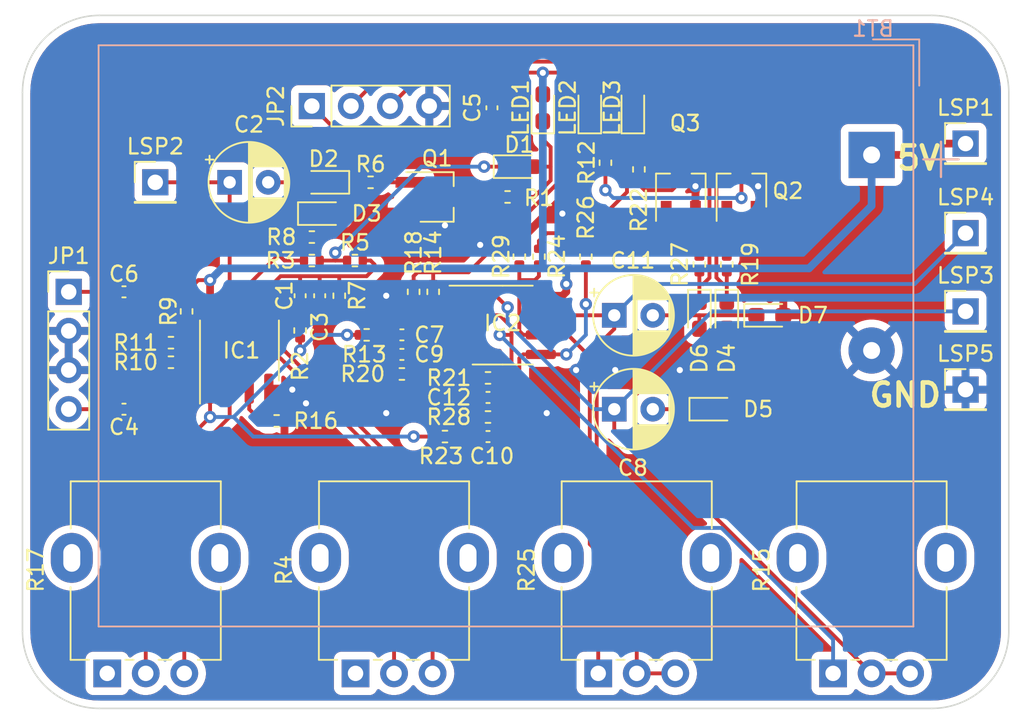
<source format=kicad_pcb>
(kicad_pcb (version 20211014) (generator pcbnew)
  (layers (0 "F.Cu" signal) (31 "B.Cu" signal) (34 "B.Paste" user) (35 "F.Paste" user) (36 "B.SilkS" user "B.Silkscreen") (37 "F.SilkS" user "F.Silkscreen") (38 "B.Mask" user) (39 "F.Mask" user) (44 "Edge.Cuts" user))
  (net 0 "")
  (net 1 "Net-(C1-Pad1)")
  (net 2 "GND")
  (net 3 "Net-(C2-Pad1)")
  (net 4 "Net-(C2-Pad2)")
  (net 5 "Net-(C8-Pad1)")
  (net 6 "Net-(C10-Pad1)")
  (net 7 "+5V")
  (net 8 "Net-(IC1-Pad1)")
  (net 9 "Net-(IC1-Pad2)")
  (net 10 "Net-(IC1-Pad3)")
  (net 11 "Net-(IC1-Pad6)")
  (net 12 "Net-(IC2-Pad6)")
  (net 13 "Net-(C1-Pad2)")
  (net 14 "Net-(C7-Pad1)")
  (net 15 "Net-(C7-Pad2)")
  (net 16 "Net-(C8-Pad2)")
  (net 17 "Net-(C10-Pad2)")
  (net 18 "Net-(C11-Pad1)")
  (net 19 "Net-(C11-Pad2)")
  (net 20 "Net-(D1-Pad1)")
  (net 21 "Net-(D1-Pad2)")
  (net 22 "Net-(D2-Pad1)")
  (net 23 "Net-(D4-Pad1)")
  (net 24 "Net-(D6-Pad1)")
  (net 25 "Net-(Q1-Pad1)")
  (net 26 "Net-(Q1-Pad3)")
  (net 27 "Net-(Q2-Pad1)")
  (net 28 "Net-(Q2-Pad3)")
  (net 29 "Net-(Q3-Pad1)")
  (net 30 "Net-(Q3-Pad3)")
  (net 32 "Net-(R14-Pad2)")
  (net 33 "Net-(R12-Pad1)")
  (net 34 "Net-(R22-Pad1)")
  (net 35 "Net-(R10-Pad1)")
  (net 36 "Net-(JP1-Pad4)")
  (net 37 "Net-(JP1-Pad1)")
  (net 38 "Net-(R11-Pad1)")
  (footprint "Connector_PinHeader_2.54mm:PinHeader_1x01_P2.54mm_Vertical" (layer "F.Cu") (at 171.196 109.22)
    (fp_text reference "LSP3")
    (fp_text value "LSP10")
  )
  (footprint "Capacitor_THT:CP_Radial_D5.0mm_P2.50mm" (layer "F.Cu") (at 123.444 100.838)
    (fp_text reference "C2")
    (fp_text value "100u")
  )
  (footprint "Resistor_SMD:R_0402_1005Metric" (layer "F.Cu") (at 147.828 99.568 -90)
    (fp_text reference "R12")
    (fp_text value "R-EU_R0402")
  )
  (footprint "Connector_PinHeader_2.54mm:PinHeader_1x01_P2.54mm_Vertical" (layer "F.Cu") (at 171.196 98.3234)
    (fp_text reference "LSP1")
    (fp_text value "LSP10")
  )
  (footprint "Capacitor_SMD:C_0402_1005Metric" (layer "F.Cu") (at 128.016 108.204 90)
    (fp_text reference "C1")
    (fp_text value "C-EUC0402")
  )
  (footprint "Resistor_SMD:R_0402_1005Metric" (layer "F.Cu") (at 130.556 108.204 -90)
    (fp_text reference "R7")
    (fp_text value "R-EU_R0402")
  )
  (footprint "Diode_SMD:D_0603_1608Metric_Pad1.05x0.95mm_HandSolder" (layer "F.Cu") (at 154.94 115.57)
    (fp_text reference "D5")
    (fp_text value "1N4148DO35-7")
  )
  (footprint "Resistor_SMD:R_0402_1005Metric" (layer "F.Cu") (at 119.634 112.522)
    (fp_text reference "R10")
    (fp_text value "R-EU_R0402")
  )
  (footprint "Resistor_SMD:R_0402_1005Metric" (layer "F.Cu") (at 141.478 101.788 180)
    (fp_text reference "R1")
    (fp_text value "R-EU_R0402")
  )
  (footprint "Diode_SMD:D_0603_1608Metric_Pad1.05x0.95mm_HandSolder" (layer "F.Cu") (at 155.702 109.474 -90)
    (fp_text reference "D4")
    (fp_text value "1N4148DO35-7")
  )
  (footprint "Resistor_SMD:R_0402_1005Metric" (layer "F.Cu") (at 128.778 105.918 180)
    (fp_text reference "R3")
    (fp_text value "R-EU_R0402")
  )
  (footprint "Diode_SMD:D_0603_1608Metric_Pad1.05x0.95mm_HandSolder" (layer "F.Cu") (at 146.812 96 90)
    (fp_text reference "LED2")
    (fp_text value "LEDSML0603")
  )
  (footprint "Capacitor_SMD:C_0402_1005Metric" (layer "F.Cu") (at 134.62 110.744)
    (fp_text reference "C7")
    (fp_text value "C-EUC0402")
  )
  (footprint "Connector_PinHeader_2.54mm:PinHeader_1x01_P2.54mm_Vertical" (layer "F.Cu") (at 171.196 104.14)
    (fp_text reference "LSP4")
    (fp_text value "LSP10")
  )
  (footprint "Diode_SMD:D_0603_1608Metric_Pad1.05x0.95mm_HandSolder" (layer "F.Cu") (at 149.606 96 90)
    (fp_text reference "LED3")
    (fp_text value "LEDSML0603")
  )
  (footprint "Package_TO_SOT_SMD:SOT-23W_Handsoldering" (layer "F.Cu") (at 136.906 101.788)
    (fp_text reference "Q1")
    (fp_text value "BCF29SMD")
  )
  (footprint "Capacitor_SMD:C_0402_1005Metric" (layer "F.Cu") (at 116.586 107.95)
    (fp_text reference "C6")
    (fp_text value "2u2")
  )
  (footprint "Capacitor_SMD:C_0402_1005Metric" (layer "F.Cu") (at 140.208 117.348)
    (fp_text reference "C10")
    (fp_text value "C-EUC0402")
  )
  (footprint "Resistor_SMD:R_0402_1005Metric" (layer "F.Cu") (at 132.588 100.838)
    (fp_text reference "R6")
    (fp_text value "R-EU_R0402")
  )
  (footprint "Package_TO_SOT_SMD:SOT-23W_Handsoldering" (layer "F.Cu") (at 156.652 101.346 90)
    (fp_text reference "Q2")
    (fp_text value "BCF29SMD")
  )
  (footprint "Diode_SMD:D_0603_1608Metric_Pad1.05x0.95mm_HandSolder" (layer "F.Cu") (at 143.764 96 90)
    (fp_text reference "LED1")
    (fp_text value "LEDSML0603")
  )
  (footprint "Resistor_SMD:R_0402_1005Metric" (layer "F.Cu") (at 142.24 105.664 90)
    (fp_text reference "R29")
    (fp_text value "R-EU_R0402")
  )
  (footprint "Resistor_SMD:R_0402_1005Metric" (layer "F.Cu") (at 119.634 111.252)
    (fp_text reference "R11")
    (fp_text value "R-EU_R0402")
  )
  (footprint "Diode_SMD:D_0603_1608Metric_Pad1.05x0.95mm_HandSolder" (layer "F.Cu") (at 142.24 99.822)
    (fp_text reference "D1")
    (fp_text value "1N4148DO35-7")
  )
  (footprint "Connector_PinHeader_2.54mm:PinHeader_1x04_P2.54mm_Vertical" (layer "F.Cu") (at 113 107.95)
    (fp_text reference "JP1")
    (fp_text value "PINHD-1X4")
  )
  (footprint "Resistor_SMD:R_0402_1005Metric" (layer "F.Cu") (at 135.382 107.95 -90)
    (fp_text reference "R18")
    (fp_text value "R-EU_R0402")
  )
  (footprint "Capacitor_SMD:C_0402_1005Metric" (layer "F.Cu") (at 140.462 96 -90)
    (fp_text reference "C5")
    (fp_text value "C-EUC0402")
  )
  (footprint "Resistor_SMD:R_0402_1005Metric" (layer "F.Cu") (at 128.016 110.462 -90)
    (fp_text reference "R2")
    (fp_text value "R-EU_R0402")
  )
  (footprint "Resistor_SMD:R_0402_1005Metric" (layer "F.Cu") (at 140.208 113.538 180)
    (fp_text reference "R21")
    (fp_text value "R-EU_R0402")
  )
  (footprint "Capacitor_THT:CP_Radial_D5.0mm_P2.50mm" (layer "F.Cu") (at 148.400888 115.57)
    (fp_text reference "C8")
    (fp_text value "100u")
  )
  (footprint "Resistor_SMD:R_0402_1005Metric" (layer "F.Cu") (at 128.778 104.394)
    (fp_text reference "R8")
    (fp_text value "R-EU_R0402")
  )
  (footprint "Package_SO:SOIC-8_3.9x4.9mm_P1.27mm" (layer "F.Cu") (at 141.159 110.109)
    (fp_text reference "IC2")
    (fp_text value "AD8599R")
  )
  (footprint "Capacitor_SMD:C_0402_1005Metric" (layer "F.Cu") (at 116.586 115.57 180)
    (fp_text reference "C4")
    (fp_text value "2u2")
  )
  (footprint "Potentiometer_THT:Potentiometer_Alpha_RD901F-40-00D_Single_Vertical" (layer "F.Cu") (at 131.612 132.725 90)
    (fp_text reference "R4")
    (fp_text value "EVUL")
  )
  (footprint "Resistor_SMD:R_0402_1005Metric" (layer "F.Cu") (at 136.652 107.95 -90)
    (fp_text reference "R14")
    (fp_text value "R-EU_R0402")
  )
  (footprint "Diode_SMD:D_0603_1608Metric_Pad1.05x0.95mm_HandSolder" (layer "F.Cu") (at 129.54 102.87)
    (fp_text reference "D3")
    (fp_text value "1N4148DO35-7")
  )
  (footprint "Potentiometer_THT:Potentiometer_Alpha_RD901F-40-00D_Single_Vertical" (layer "F.Cu") (at 115.5 132.725 90)
    (fp_text reference "R17")
    (fp_text value "EVUL")
  )
  (footprint "Potentiometer_THT:Potentiometer_Alpha_RD901F-40-00D_Single_Vertical" (layer "F.Cu") (at 162.6 132.725 90)
    (fp_text reference "R15")
    (fp_text value "EVUL")
  )
  (footprint "Capacitor_SMD:C_0402_1005Metric" (layer "F.Cu") (at 129.286 108.204 -90)
    (fp_text reference "C3")
    (fp_text value "C-EUC0402")
  )
  (footprint "Resistor_SMD:R_0402_1005Metric" (layer "F.Cu") (at 140.208 116.078 180)
    (fp_text reference "R28")
    (fp_text value "R-EU_R0402")
  )
  (footprint "Connector_PinHeader_2.54mm:PinHeader_1x01_P2.54mm_Vertical" (layer "F.Cu") (at 118.618 100.838)
    (fp_text reference "LSP2")
    (fp_text value "LSP10")
  )
  (footprint "Potentiometer_THT:Potentiometer_Alpha_RD901F-40-00D_Single_Vertical" (layer "F.Cu") (at 147.36 132.725 90)
    (fp_text reference "R25")
    (fp_text value "EVUL")
  )
  (footprint "Resistor_SMD:R_0402_1005Metric" (layer "F.Cu") (at 132.334 110.744 180)
    (fp_text reference "R13")
    (fp_text value "R-EU_R0402")
  )
  (footprint "Resistor_SMD:R_0402_1005Metric" (layer "F.Cu") (at 120.65 109.22 90)
    (fp_text reference "R9")
    (fp_text value "R-EU_R0402")
  )
  (footprint "Resistor_SMD:R_0402_1005Metric" (layer "F.Cu") (at 131.572 105.918)
    (fp_text reference "R5")
    (fp_text value "R-EU_R0402")
  )
  (footprint "Resistor_SMD:R_0402_1005Metric" (layer "F.Cu") (at 137.414 117.348 180)
    (fp_text reference "R23")
    (fp_text value "R-EU_R0402")
  )
  (footprint "Resistor_SMD:R_0402_1005Metric" (layer "F.Cu") (at 126.492 116.332 180)
    (fp_text reference "R16")
    (fp_text value "R-EU_R0402")
  )
  (footprint "Diode_SMD:D_0603_1608Metric_Pad1.05x0.95mm_HandSolder" (layer "F.Cu") (at 158.496 109.474)
    (fp_text reference "D7")
    (fp_text value "1N4148DO35-7")
  )
  (footprint "Resistor_SMD:R_0402_1005Metric" (layer "F.Cu") (at 143.51 105.664 -90)
    (fp_text reference "R24")
    (fp_text value "R-EU_R0402")
  )
  (footprint "Package_SO:SOIC-8_3.9x4.9mm_P1.27mm" (layer "F.Cu") (at 124.079 111.76 90)
    (fp_text reference "IC1")
    (fp_text value "AD8599R")
  )
  (footprint "Resistor_SMD:R_0402_1005Metric" (layer "F.Cu") (at 153.924 106.172 90)
    (fp_text reference "R27")
    (fp_text value "R-EU_R0402")
  )
  (footprint "Capacitor_SMD:C_0402_1005Metric" (layer "F.Cu") (at 134.62 112.014 180)
    (fp_text reference "C9")
    (fp_text value "C-EUC0402")
  )
  (footprint "Connector_PinHeader_2.54mm:PinHeader_1x01_P2.54mm_Vertical" (layer "F.Cu") (at 171.196 114.3)
    (fp_text reference "LSP5")
    (fp_text value "LSP10")
  )
  (footprint "Connector_PinHeader_2.54mm:PinHeader_1x04_P2.54mm_Vertical" (layer "F.Cu") (at 128.778 95.885 90)
    (fp_text reference "JP2")
    (fp_text value "PINHD-1X4")
  )
  (footprint "Resistor_SMD:R_0402_1005Metric" (layer "F.Cu") (at 134.62 113.284 180)
    (fp_text reference "R20")
    (fp_text value "R-EU_R0402")
  )
  (footprint "Capacitor_SMD:C_0402_1005Metric" (layer "F.Cu") (at 140.208 114.808 180)
    (fp_text reference "C12")
    (fp_text value "C-EUC0402")
  )
  (footprint "Resistor_SMD:R_0402_1005Metric" (layer "F.Cu") (at 150 100 -90)
    (fp_text reference "R22")
    (fp_text value "R-EU_R0402")
  )
  (footprint "Resistor_SMD:R_0402_1005Metric" (layer "F.Cu") (at 146.558 105.664 -90)
    (fp_text reference "R26")
    (fp_text value "R-EU_R0402")
  )
  (footprint "Package_TO_SOT_SMD:SOT-23W_Handsoldering" (layer "F.Cu") (at 152.72 101.346 90)
    (fp_text reference "Q3")
    (fp_text value "BCF29SMD")
  )
  (footprint "Diode_SMD:D_0603_1608Metric_Pad1.05x0.95mm_HandSolder" (layer "F.Cu") (at 129.54 100.838 180)
    (fp_text reference "D2")
    (fp_text value "1N4148DO35-7")
  )
  (footprint "Resistor_SMD:R_0402_1005Metric" (layer "F.Cu") (at 155.702 106.172 90)
    (fp_text reference "R19")
    (fp_text value "R-EU_R0402")
  )
  (footprint "Capacitor_THT:CP_Radial_D5.0mm_P2.50mm" (layer "F.Cu") (at 148.400888 109.474)
    (fp_text reference "C11")
    (fp_text value "100u")
  )
  (footprint "Diode_SMD:D_0603_1608Metric_Pad1.05x0.95mm_HandSolder" (layer "F.Cu") (at 153.924 109.474 -90)
    (fp_text reference "D6")
    (fp_text value "1N4148DO35-7")
  )
  (footprint "BH:BatteryHolder_Keystone_2479_3xAAA" (layer "B.Cu") (at 165.1 99.06 180)
    (fp_text reference "BT1")
    (fp_text value "Battery")
  )
  (gr_line (start 110 130) (end 110 95) (layer "Edge.Cuts") (width 0.1))
  (gr_arc (start 110 95) (mid 111.464466 91.464466) (end 115 90) (layer "Edge.Cuts") (width 0.1))
  (gr_arc (start 115 135) (mid 111.464466 133.535534) (end 110 130) (layer "Edge.Cuts") (width 0.1))
  (gr_line (start 115 90) (end 169 90) (layer "Edge.Cuts") (width 0.1))
  (gr_arc (start 174 130) (mid 172.535534 133.535534) (end 169 135) (layer "Edge.Cuts") (width 0.1))
  (gr_line (start 169 135) (end 115 135) (layer "Edge.Cuts") (width 0.1))
  (gr_arc (start 169 90) (mid 172.535534 91.464466) (end 174 95) (layer "Edge.Cuts") (width 0.1))
  (gr_line (start 174 95) (end 174 130) (layer "Edge.Cuts") (width 0.1))
  (gr_text "5V" (at 168.148 99.2632) (layer "F.SilkS") (effects (font (size 1.5 1.5) (thickness 0.3))))
  (gr_text "GND" (at 167.2844 114.6556) (layer "F.SilkS") (effects (font (size 1.5 1.5) (thickness 0.3))))
  (segment (start 128.016 109.952) (end 128.016 108.684) (width 0.25) (layer "F.Cu") (net 1))
  (segment (start 142.24 105.154) (end 142.24 104.76) (width 0.25) (layer "F.Cu") (net 2))
  (segment (start 144.13 102.87) (end 145.034 102.87) (width 0.25) (layer "F.Cu") (net 2))
  (segment (start 142.24 104.76) (end 144.13 102.87) (width 0.25) (layer "F.Cu") (net 2))
  (via (at 128.397 115.189) (size 0.8) (drill 0.4) (layers "F.Cu" "B.Cu") (net 2))
  (via (at 144.018 115.824) (size 0.8) (drill 0.4) (layers "F.Cu" "B.Cu") (net 2))
  (via (at 133.604 108.204) (size 0.8) (drill 0.4) (layers "F.Cu" "B.Cu") (net 2))
  (via (at 153.67 101.092) (size 0.8) (drill 0.4) (layers "F.Cu" "B.Cu") (net 2))
  (via (at 133.604 115.824) (size 0.8) (drill 0.4) (layers "F.Cu" "B.Cu") (net 2))
  (via (at 145.923 113.03) (size 0.8) (drill 0.4) (layers "F.Cu" "B.Cu") (net 2))
  (via (at 127.508 114.3) (size 0.8) (drill 0.4) (layers "F.Cu" "B.Cu") (net 2))
  (via (at 137.414 103.632) (size 0.8) (drill 0.4) (layers "F.Cu" "B.Cu") (net 2))
  (via (at 152.654 113.03) (size 0.8) (drill 0.4) (layers "F.Cu" "B.Cu") (net 2))
  (via (at 148.463 113.03) (size 0.8) (drill 0.4) (layers "F.Cu" "B.Cu") (net 2))
  (via (at 139.7 104.902) (size 0.8) (drill 0.4) (layers "F.Cu" "B.Cu") (net 2))
  (via (at 157.734 101.092) (size 0.8) (drill 0.4) (layers "F.Cu" "B.Cu") (net 2))
  (via (at 145.034 102.87) (size 0.8) (drill 0.4) (layers "F.Cu" "B.Cu") (net 2))
  (segment (start 123.444 109.285) (end 123.444 102.87) (width 0.25) (layer "F.Cu") (net 3))
  (segment (start 134.112 132.725) (end 134.112 119.634) (width 0.25) (layer "F.Cu") (net 3))
  (segment (start 127 112.522) (end 126.746 112.268) (width 0.25) (layer "F.Cu") (net 3))
  (segment (start 126.746 112.268) (end 125.222 112.268) (width 0.25) (layer "F.Cu") (net 3))
  (segment (start 118.618 100.838) (end 123.444 100.838) (width 0.25) (layer "F.Cu") (net 3))
  (segment (start 123.444 110.744) (end 123.444 109.285) (width 0.25) (layer "F.Cu") (net 3))
  (segment (start 134.112 119.634) (end 127 112.522) (width 0.25) (layer "F.Cu") (net 3))
  (segment (start 125.222 112.268) (end 124.968 112.268) (width 0.25) (layer "F.Cu") (net 3))
  (segment (start 124.968 112.268) (end 123.444 110.744) (width 0.25) (layer "F.Cu") (net 3))
  (segment (start 123.444 100.838) (end 123.444 102.87) (width 0.25) (layer "F.Cu") (net 3))
  (segment (start 128.016 102.87) (end 127.4572 102.3112) (width 0.25) (layer "F.Cu") (net 4))
  (segment (start 127.3556 100.838) (end 125.944 100.838) (width 0.25) (layer "F.Cu") (net 4))
  (segment (start 127.4572 102.3112) (end 127.4572 100.9396) (width 0.25) (layer "F.Cu") (net 4))
  (segment (start 128.665 102.87) (end 128.016 102.87) (width 0.25) (layer "F.Cu") (net 4))
  (segment (start 128.665 100.838) (end 127.3556 100.838) (width 0.25) (layer "F.Cu") (net 4))
  (segment (start 127.4572 100.9396) (end 127.3556 100.838) (width 0.25) (layer "F.Cu") (net 4))
  (segment (start 165.1 132.725) (end 150.231 117.856) (width 0.25) (layer "F.Cu") (net 5))
  (segment (start 141.482299 108.961701) (end 140.724598 108.204) (width 0.25) (layer "F.Cu") (net 5))
  (segment (start 140.724598 108.204) (end 138.684 108.204) (width 0.25) (layer "F.Cu") (net 5))
  (segment (start 150.231 117.856) (end 149.352 117.856) (width 0.25) (layer "F.Cu") (net 5))
  (segment (start 149.352 117.856) (end 148.400888 116.904888) (width 0.25) (layer "F.Cu") (net 5))
  (segment (start 167.6 132.725) (end 165.1 132.725) (width 0.25) (layer "F.Cu") (net 5))
  (segment (start 148.400888 116.904888) (end 148.400888 115.57) (width 0.25) (layer "F.Cu") (net 5))
  (via (at 141.482299 108.961701) (size 0.8) (drill 0.4) (layers "F.Cu" "B.Cu") (net 5))
  (segment (start 141.482299 108.961701) (end 141.482299 109.986299) (width 0.25) (layer "B.Cu") (net 5))
  (segment (start 171.196 109.22) (end 154.750888 109.22) (width 0.25) (layer "B.Cu") (net 5))
  (segment (start 141.482299 109.986299) (end 147.066 115.57) (width 0.25) (layer "B.Cu") (net 5))
  (segment (start 147.066 115.57) (end 148.400888 115.57) (width 0.25) (layer "B.Cu") (net 5))
  (segment (start 154.750888 109.22) (end 148.400888 115.57) (width 0.25) (layer "B.Cu") (net 5))
  (segment (start 137.924 117.348) (end 139.728 117.348) (width 0.25) (layer "F.Cu") (net 6))
  (segment (start 122.174 109.285) (end 122.174 107.188) (width 0.5) (layer "F.Cu") (net 7))
  (segment (start 140.462 94.73) (end 141.478 93.714) (width 0.25) (layer "F.Cu") (net 7))
  (segment (start 149.606 95.125) (end 149.606 94.222) (width 0.25) (layer "F.Cu") (net 7))
  (segment (start 120.65 107.95) (end 121.412 107.188) (width 0.25) (layer "F.Cu") (net 7))
  (segment (start 169.164 98.3234) (end 168.4274 99.06) (width 0.5) (layer "F.Cu") (net 7))
  (segment (start 145.034 108.204) (end 145.288 107.95) (width 0.5) (layer "F.Cu") (net 7))
  (segment (start 149.606 94.222) (end 149.098 93.714) (width 0.25) (layer "F.Cu") (net 7))
  (segment (start 121.412 107.188) (end 122.174 107.188) (width 0.25) (layer "F.Cu") (net 7))
  (segment (start 140.462 95.52) (end 140.462 94.73) (width 0.25) (layer "F.Cu") (net 7))
  (segment (start 168.4274 99.06) (end 165.1 99.06) (width 0.5) (layer "F.Cu") (net 7))
  (segment (start 171.196 98.3234) (end 169.164 98.3234) (width 0.5) (layer "F.Cu") (net 7))
  (segment (start 143.764 95.125) (end 143.764 93.714) (width 0.25) (layer "F.Cu") (net 7))
  (segment (start 146.812 95.125) (end 146.812 93.714) (width 0.25) (layer "F.Cu") (net 7))
  (segment (start 149.098 93.714) (end 146.812 93.714) (width 0.25) (layer "F.Cu") (net 7))
  (segment (start 145.288 107.95) (end 145.288 107.442) (width 0.5) (layer "F.Cu") (net 7))
  (segment (start 120.65 108.71) (end 120.65 107.95) (width 0.25) (layer "F.Cu") (net 7))
  (segment (start 143.634 108.204) (end 145.034 108.204) (width 0.5) (layer "F.Cu") (net 7))
  (segment (start 146.812 93.714) (end 143.764 93.714) (width 0.25) (layer "F.Cu") (net 7))
  (segment (start 141.478 93.714) (end 143.764 93.714) (width 0.25) (layer "F.Cu") (net 7))
  (via (at 145.288 107.442) (size 0.8) (drill 0.4) (layers "F.Cu" "B.Cu") (net 7))
  (via (at 143.764 93.726) (size 0.8) (drill 0.4) (layers "F.Cu" "B.Cu") (net 7))
  (via (at 122.174 107.188) (size 0.8) (drill 0.4) (layers "F.Cu" "B.Cu") (net 7))
  (segment (start 145.288 107.442) (end 145.288 106.426) (width 0.5) (layer "B.Cu") (net 7))
  (segment (start 161.036 106.426) (end 165.1 102.362) (width 0.5) (layer "B.Cu") (net 7))
  (segment (start 143.764 93.726) (end 143.764 106.426) (width 0.5) (layer "B.Cu") (net 7))
  (segment (start 145.542 106.426) (end 161.036 106.426) (width 0.5) (layer "B.Cu") (net 7))
  (segment (start 122.936 106.426) (end 143.764 106.426) (width 0.5) (layer "B.Cu") (net 7))
  (segment (start 143.764 106.426) (end 145.542 106.426) (width 0.5) (layer "B.Cu") (net 7))
  (segment (start 122.174 107.188) (end 122.936 106.426) (width 0.5) (layer "B.Cu") (net 7))
  (segment (start 145.288 106.426) (end 145.542 106.426) (width 0.5) (layer "B.Cu") (net 7))
  (segment (start 165.1 102.362) (end 165.1 99.06) (width 0.5) (layer "B.Cu") (net 7))
  (segment (start 118 120.252) (end 118 132.725) (width 0.25) (layer "F.Cu") (net 8))
  (segment (start 122.174 114.235) (end 122.174 116.078) (width 0.25) (layer "F.Cu") (net 8))
  (segment (start 128.016 111.76) (end 128.016 110.972) (width 0.25) (layer "F.Cu") (net 8))
  (segment (start 131.064 110.744) (end 131.824 110.744) (width 0.25) (layer "F.Cu") (net 8))
  (segment (start 122.174 116.078) (end 120.65 117.602) (width 0.25) (layer "F.Cu") (net 8))
  (segment (start 135.382 117.348) (end 136.904 117.348) (width 0.25) (layer "F.Cu") (net 8))
  (segment (start 120.65 117.602) (end 118 120.252) (width 0.25) (layer "F.Cu") (net 8))
  (via (at 131.064 110.744) (size 0.8) (drill 0.4) (layers "F.Cu" "B.Cu") (net 8))
  (via (at 122.174 116.078) (size 0.8) (drill 0.4) (layers "F.Cu" "B.Cu") (net 8))
  (via (at 135.382 117.348) (size 0.8) (drill 0.4) (layers "F.Cu" "B.Cu") (net 8))
  (via (at 128.016 111.76) (size 0.8) (drill 0.4) (layers "F.Cu" "B.Cu") (net 8))
  (segment (start 135.382 117.348) (end 124.968 117.348) (width 0.25) (layer "B.Cu") (net 8))
  (segment (start 123.698 116.078) (end 122.174 116.078) (width 0.25) (layer "B.Cu") (net 8))
  (segment (start 124.968 117.348) (end 123.698 116.078) (width 0.25) (layer "B.Cu") (net 8))
  (segment (start 129.032 110.744) (end 128.016 111.76) (width 0.25) (layer "B.Cu") (net 8))
  (segment (start 128.016 111.76) (end 123.698 116.078) (width 0.25) (layer "B.Cu") (net 8))
  (segment (start 131.064 110.744) (end 129.032 110.744) (width 0.25) (layer "B.Cu") (net 8))
  (segment (start 120.5 132.725) (end 120.5 119.022) (width 0.25) (layer "F.Cu") (net 9))
  (segment (start 121.412 111.506) (end 121.412 112.522) (width 0.25) (layer "F.Cu") (net 9))
  (segment (start 123.444 116.078) (end 123.444 114.235) (width 0.25) (layer "F.Cu") (net 9))
  (segment (start 123.444 114.235) (end 123.444 112.776) (width 0.25) (layer "F.Cu") (net 9))
  (segment (start 121.158 111.252) (end 121.412 111.506) (width 0.25) (layer "F.Cu") (net 9))
  (segment (start 120.144 111.252) (end 121.158 111.252) (width 0.25) (layer "F.Cu") (net 9))
  (segment (start 121.412 112.522) (end 120.144 112.522) (width 0.25) (layer "F.Cu") (net 9))
  (segment (start 123.444 112.776) (end 123.19 112.522) (width 0.25) (layer "F.Cu") (net 9))
  (segment (start 120.5 119.022) (end 123.444 116.078) (width 0.25) (layer "F.Cu") (net 9))
  (segment (start 123.19 112.522) (end 121.412 112.522) (width 0.25) (layer "F.Cu") (net 9))
  (segment (start 124.714 113.03) (end 122.428 110.744) (width 0.25) (layer "F.Cu") (net 10))
  (segment (start 121.158 110.744) (end 120.65 110.236) (width 0.25) (layer "F.Cu") (net 10))
  (segment (start 124.714 115.57) (end 124.714 114.235) (width 0.25) (layer "F.Cu") (net 10))
  (segment (start 125.476 116.332) (end 124.714 115.57) (width 0.25) (layer "F.Cu") (net 10))
  (segment (start 124.714 114.235) (end 124.714 113.03) (width 0.25) (layer "F.Cu") (net 10))
  (segment (start 120.65 110.236) (end 120.65 109.73) (width 0.25) (layer "F.Cu") (net 10))
  (segment (start 122.428 110.744) (end 121.158 110.744) (width 0.25) (layer "F.Cu") (net 10))
  (segment (start 125.982 116.332) (end 125.476 116.332) (width 0.25) (layer "F.Cu") (net 10))
  (segment (start 127.762 104.394) (end 128.268 104.394) (width 0.25) (layer "F.Cu") (net 11))
  (segment (start 124.714 110.998) (end 125.53448 111.81848) (width 0.25) (layer "F.Cu") (net 11))
  (segment (start 126.873 105.283) (end 126.619 105.537) (width 0.25) (layer "F.Cu") (net 11))
  (segment (start 124.714 109.285) (end 124.714 107.442) (width 0.25) (layer "F.Cu") (net 11))
  (segment (start 127.049866 111.81848) (end 136.612 121.380614) (width 0.25) (layer "F.Cu") (net 11))
  (segment (start 125.53448 111.81848) (end 127.049866 111.81848) (width 0.25) (layer "F.Cu") (net 11))
  (segment (start 124.714 109.285) (end 124.714 110.998) (width 0.25) (layer "F.Cu") (net 11))
  (segment (start 124.714 107.442) (end 126.619 105.537) (width 0.25) (layer "F.Cu") (net 11))
  (segment (start 136.612 121.380614) (end 136.612 132.725) (width 0.25) (layer "F.Cu") (net 11))
  (segment (start 127 105.918) (end 128.268 105.918) (width 0.25) (layer "F.Cu") (net 11))
  (segment (start 126.873 105.283) (end 127.762 104.394) (width 0.25) (layer "F.Cu") (net 11))
  (segment (start 126.619 105.537) (end 127 105.918) (width 0.25) (layer "F.Cu") (net 11))
  (segment (start 142.24 107.188) (end 143.256 107.188) (width 0.25) (layer "F.Cu") (net 12))
  (segment (start 142.494 110.744) (end 142.24 110.49) (width 0.25) (layer "F.Cu") (net 12))
  (segment (start 142.24 107.188) (end 142.24 106.174) (width 0.25) (layer "F.Cu") (net 12))
  (segment (start 142.24 110.49) (end 142.24 107.188) (width 0.25) (layer "F.Cu") (net 12))
  (segment (start 146.812 124.334729) (end 146.812 112.159) (width 0.25) (layer "F.Cu") (net 12))
  (segment (start 143.634 110.744) (end 142.494 110.744) (width 0.25) (layer "F.Cu") (net 12))
  (segment (start 143.256 107.188) (end 143.51 106.934) (width 0.25) (layer "F.Cu") (net 12))
  (segment (start 143.51 106.934) (end 143.51 106.174) (width 0.25) (layer "F.Cu") (net 12))
  (segment (start 146.812 112.159) (end 145.397 110.744) (width 0.25) (layer "F.Cu") (net 12))
  (segment (start 147.36 124.882729) (end 146.812 124.334729) (width 0.25) (layer "F.Cu") (net 12))
  (segment (start 147.36 132.725) (end 147.36 124.882729) (width 0.25) (layer "F.Cu") (net 12))
  (segment (start 145.397 110.744) (end 143.634 110.744) (width 0.25) (layer "F.Cu") (net 12))
  (segment (start 130.556 107.694) (end 130.556 106.934) (width 0.25) (layer "F.Cu") (net 13))
  (segment (start 129.286 106.934) (end 130.556 106.934) (width 0.25) (layer "F.Cu") (net 13))
  (segment (start 132.842 106.172) (end 132.588 105.918) (width 0.25) (layer "F.Cu") (net 13))
  (segment (start 128.016 106.934) (end 129.286 106.934) (width 0.25) (layer "F.Cu") (net 13))
  (segment (start 129.286 107.724) (end 129.286 106.934) (width 0.25) (layer "F.Cu") (net 13))
  (segment (start 132.334 106.934) (end 132.842 106.426) (width 0.25) (layer "F.Cu") (net 13))
  (segment (start 132.588 105.918) (end 132.082 105.918) (width 0.25) (layer "F.Cu") (net 13))
  (segment (start 132.842 106.426) (end 132.842 106.172) (width 0.25) (layer "F.Cu") (net 13))
  (segment (start 130.556 106.934) (end 132.334 106.934) (width 0.25) (layer "F.Cu") (net 13))
  (segment (start 125.984 107.696) (end 126.746 106.934) (width 0.25) (layer "F.Cu") (net 13))
  (segment (start 126.746 106.934) (end 128.016 106.934) (width 0.25) (layer "F.Cu") (net 13))
  (segment (start 125.984 109.285) (end 125.984 107.696) (width 0.25) (layer "F.Cu") (net 13))
  (segment (start 128.016 107.724) (end 128.016 106.934) (width 0.25) (layer "F.Cu") (net 13))
  (segment (start 134.14 110.744) (end 132.844 110.744) (width 0.25) (layer "F.Cu") (net 14))
  (segment (start 136.144 109.982) (end 135.382 109.22) (width 0.25) (layer "F.Cu") (net 15))
  (segment (start 135.1 112.014) (end 136.144 112.014) (width 0.25) (layer "F.Cu") (net 15))
  (segment (start 136.144 112.9792) (end 136.144 112.014) (width 0.25) (layer "F.Cu") (net 15))
  (segment (start 136.144 110.744) (end 135.1 110.744) (width 0.25) (layer "F.Cu") (net 15))
  (segment (start 138.684 110.744) (end 136.144 110.744) (width 0.25) (layer "F.Cu") (net 15))
  (segment (start 136.144 112.014) (end 136.144 110.998) (width 0.25) (layer "F.Cu") (net 15))
  (segment (start 136.144 110.998) (end 136.144 109.982) (width 0.25) (layer "F.Cu") (net 15))
  (segment (start 135.13 113.284) (end 135.8392 113.284) (width 0.25) (layer "F.Cu") (net 15))
  (segment (start 135.8392 113.284) (end 136.144 112.9792) (width 0.25) (layer "F.Cu") (net 15))
  (segment (start 136.144 110.998) (end 136.144 110.744) (width 0.25) (layer "F.Cu") (net 15))
  (segment (start 135.382 109.22) (end 135.382 108.46) (width 0.25) (layer "F.Cu") (net 15))
  (segment (start 152.654 115.57) (end 152.654 114.808) (width 0.25) (layer "F.Cu") (net 16))
  (segment (start 152.654 114.808) (end 155.702 111.76) (width 0.25) (layer "F.Cu") (net 16))
  (segment (start 152.654 115.57) (end 154.065 115.57) (width 0.25) (layer "F.Cu") (net 16))
  (segment (start 155.702 111.76) (end 155.702 110.349) (width 0.25) (layer "F.Cu") (net 16))
  (segment (start 150.900888 115.57) (end 152.654 115.57) (width 0.25) (layer "F.Cu") (net 16))
  (segment (start 140.688 117.348) (end 141.732 117.348) (width 0.25) (layer "F.Cu") (net 17))
  (segment (start 142.494 112.014) (end 143.634 112.014) (width 0.25) (layer "F.Cu") (net 17))
  (segment (start 142.24 116.078) (end 142.24 114.808) (width 0.25) (layer "F.Cu") (net 17))
  (segment (start 140.718 116.078) (end 142.24 116.078) (width 0.25) (layer "F.Cu") (net 17))
  (segment (start 140.688 114.808) (end 142.24 114.808) (width 0.25) (layer "F.Cu") (net 17))
  (segment (start 143.634 112.014) (end 145.288 112.014) (width 0.25) (layer "F.Cu") (net 17))
  (segment (start 142.24 114.808) (end 142.24 112.268) (width 0.25) (layer "F.Cu") (net 17))
  (segment (start 141.732 117.348) (end 142.24 116.84) (width 0.25) (layer "F.Cu") (net 17))
  (segment (start 142.24 116.84) (end 142.24 116.078) (width 0.25) (layer "F.Cu") (net 17))
  (segment (start 142.24 112.268) (end 142.494 112.014) (width 0.25) (layer "F.Cu") (net 17))
  (segment (start 146.558 108.7495) (end 146.558 106.174) (width 0.25) (layer "F.Cu") (net 17))
  (via (at 146.558 108.7495) (size 0.8) (drill 0.4) (layers "F.Cu" "B.Cu") (net 17))
  (via (at 145.288 112.014) (size 0.8) (drill 0.4) (layers "F.Cu" "B.Cu") (net 17))
  (segment (start 145.288 112.014) (end 146.558 110.744) (width 0.25) (layer "B.Cu") (net 17))
  (segment (start 146.558 110.744) (end 146.558 108.7495) (width 0.25) (layer "B.Cu") (net 17))
  (segment (start 149.86 126.746) (end 147.26152 124.14752) (width 0.25) (layer "F.Cu") (net 18))
  (segment (start 147.26152 124.14752) (end 147.26152 111.49832) (width 0.25) (layer "F.Cu") (net 18))
  (segment (start 148.400888 110.358952) (end 147.26152 111.49832) (width 0.25) (layer "F.Cu") (net 18))
  (segment (start 148.400888 109.474) (end 146.812 109.474) (width 0.25) (layer "F.Cu") (net 18))
  (segment (start 148.400888 109.474) (end 148.400888 110.358952) (width 0.25) (layer "F.Cu") (net 18))
  (segment (start 149.86 132.725) (end 149.86 126.746) (width 0.25) (layer "F.Cu") (net 18))
  (segment (start 152.36 132.725) (end 149.86 132.725) (width 0.25) (layer "F.Cu") (net 18))
  (segment (start 146.812 109.474) (end 143.634 109.474) (width 0.25) (layer "F.Cu") (net 18))
  (segment (start 167.894 107.442) (end 171.196 104.14) (width 0.25) (layer "B.Cu") (net 18))
  (segment (start 150.432888 107.442) (end 167.894 107.442) (width 0.25) (layer "B.Cu") (net 18))
  (segment (start 148.400888 109.474) (end 150.432888 107.442) (width 0.25) (layer "B.Cu") (net 18))
  (segment (start 153.924 110.349) (end 153.924 109.474) (width 0.25) (layer "F.Cu") (net 19))
  (segment (start 150.900888 109.474) (end 153.924 109.474) (width 0.25) (layer "F.Cu") (net 19))
  (segment (start 153.924 109.474) (end 157.621 109.474) (width 0.25) (layer "F.Cu") (net 19))
  (segment (start 130.302 105.918) (end 130.302 105.41) (width 0.25) (layer "F.Cu") (net 20))
  (segment (start 131.062 105.918) (end 130.302 105.918) (width 0.25) (layer "F.Cu") (net 20))
  (segment (start 139.954 99.822) (end 141.365 99.822) (width 0.25) (layer "F.Cu") (net 20))
  (segment (start 130.302 105.918) (end 129.288 105.918) (width 0.25) (layer "F.Cu") (net 20))
  (via (at 130.302 105.41) (size 0.8) (drill 0.4) (layers "F.Cu" "B.Cu") (net 20))
  (via (at 139.954 99.822) (size 0.8) (drill 0.4) (layers "F.Cu" "B.Cu") (net 20))
  (segment (start 135.89 99.822) (end 139.954 99.822) (width 0.25) (layer "B.Cu") (net 20))
  (segment (start 130.302 105.41) (end 135.89 99.822) (width 0.25) (layer "B.Cu") (net 20))
  (segment (start 143.764 96.875) (end 143.764 98.044) (width 0.25) (layer "F.Cu") (net 21))
  (segment (start 143.115 99.822) (end 144.272 99.822) (width 0.25) (layer "F.Cu") (net 21))
  (segment (start 143.764 98.044) (end 144.272 98.552) (width 0.25) (layer "F.Cu") (net 21))
  (segment (start 141.988 101.788) (end 143.195 101.788) (width 0.25) (layer "F.Cu") (net 21))
  (segment (start 144.272 98.552) (end 144.272 99.822) (width 0.25) (layer "F.Cu") (net 21))
  (segment (start 144.272 100.711) (end 144.272 99.822) (width 0.25) (layer "F.Cu") (net 21))
  (segment (start 143.195 101.788) (end 144.272 100.711) (width 0.25) (layer "F.Cu") (net 21))
  (segment (start 128.778 95.885) (end 130 97.107) (width 0.25) (layer "F.Cu") (net 22))
  (segment (start 131.318 100.838) (end 132.078 100.838) (width 0.25) (layer "F.Cu") (net 22))
  (segment (start 130 97.107) (end 130 98) (width 0.25) (layer "F.Cu") (net 22))
  (segment (start 131.318 99.318) (end 131.318 100.838) (width 0.25) (layer "F.Cu") (net 22))
  (segment (start 130.415 100.838) (end 131.318 100.838) (width 0.25) (layer "F.Cu") (net 22))
  (segment (start 130 98) (end 131.318 99.318) (width 0.25) (layer "F.Cu") (net 22))
  (segment (start 131.318 95.885) (end 134.651031 92.551969) (width 0.25) (layer "F.Cu") (net 23))
  (segment (start 155.702 108.599) (end 155.702 107.442) (width 0.25) (layer "F.Cu") (net 23))
  (segment (start 155.027489 96.479771) (end 155.027489 107.021489) (width 0.25) (layer "F.Cu") (net 23))
  (segment (start 155.027489 107.021489) (end 155.448 107.442) (width 0.25) (layer "F.Cu") (net 23))
  (segment (start 155.448 107.442) (end 155.702 107.442) (width 0.25) (layer "F.Cu") (net 23))
  (segment (start 134.651031 92.551969) (end 151.099687 92.551969) (width 0.25) (layer "F.Cu") (net 23))
  (segment (start 151.099687 92.551969) (end 155.027489 96.479771) (width 0.25) (layer "F.Cu") (net 23))
  (segment (start 155.702 107.442) (end 155.702 106.682) (width 0.25) (layer "F.Cu") (net 23))
  (segment (start 154.577969 96.665969) (end 150.913489 93.001489) (width 0.25) (layer "F.Cu") (net 24))
  (segment (start 154.178 107.442) (end 154.577969 107.042031) (width 0.25) (layer "F.Cu") (net 24))
  (segment (start 153.924 107.442) (end 154.178 107.442) (width 0.25) (layer "F.Cu") (net 24))
  (segment (start 153.924 108.599) (end 153.924 107.442) (width 0.25) (layer "F.Cu") (net 24))
  (segment (start 150.913489 93.001489) (end 136.741511 93.001489) (width 0.25) (layer "F.Cu") (net 24))
  (segment (start 153.924 107.442) (end 153.924 106.682) (width 0.25) (layer "F.Cu") (net 24))
  (segment (start 136.741511 93.001489) (end 133.858 95.885) (width 0.25) (layer "F.Cu") (net 24))
  (segment (start 154.577969 96.665969) (end 154.577969 107.042031) (width 0.25) (layer "F.Cu") (net 24))
  (segment (start 133.098 100.838) (end 135.206 100.838) (width 0.25) (layer "F.Cu") (net 25))
  (segment (start 140.968 101.788) (end 138.606 101.788) (width 0.25) (layer "F.Cu") (net 26))
  (segment (start 155.702 105.662) (end 155.702 103.046) (width 0.25) (layer "F.Cu") (net 27))
  (segment (start 147.828 100.078) (end 147.828 101.346) (width 0.25) (layer "F.Cu") (net 28))
  (segment (start 156.652 101.854) (end 156.652 99.646) (width 0.25) (layer "F.Cu") (net 28))
  (via (at 147.828 101.346) (size 0.8) (drill 0.4) (layers "F.Cu" "B.Cu") (net 28))
  (via (at 156.652 101.854) (size 0.8) (drill 0.4) (layers "F.Cu" "B.Cu") (net 28))
  (segment (start 147.828 101.346) (end 148.336 101.854) (width 0.25) (layer "B.Cu") (net 28))
  (segment (start 148.336 101.854) (end 156.652 101.854) (width 0.25) (layer "B.Cu") (net 28))
  (segment (start 153.924 105.662) (end 153.924 105.156) (width 0.25) (layer "F.Cu") (net 29))
  (segment (start 152.146 104.648) (end 151.77 104.272) (width 0.25) (layer "F.Cu") (net 29))
  (segment (start 151.77 104.272) (end 151.77 103.046) (width 0.25) (layer "F.Cu") (net 29))
  (segment (start 153.416 104.648) (end 152.146 104.648) (width 0.25) (layer "F.Cu") (net 29))
  (segment (start 153.924 105.156) (end 153.416 104.648) (width 0.25) (layer "F.Cu") (net 29))
  (segment (start 150.368 101.346) (end 150 100.978) (width 0.25) (layer "F.Cu") (net 30))
  (segment (start 152.72 99.646) (end 152.72 100.772) (width 0.25) (layer "F.Cu") (net 30))
  (segment (start 152.146 101.346) (end 150.368 101.346) (width 0.25) (layer "F.Cu") (net 30))
  (segment (start 152.72 100.772) (end 152.146 101.346) (width 0.25) (layer "F.Cu") (net 30))
  (segment (start 150 100.978) (end 150 100.51) (width 0.25) (layer "F.Cu") (net 30))
  (segment (start 136.652 108.46) (end 136.652 108.966) (width 0.25) (layer "F.Cu") (net 32))
  (segment (start 141.732 113.1824) (end 141.732 110.744) (width 0.25) (layer "F.Cu") (net 32))
  (segment (start 138.684 109.474) (end 137.16 109.474) (width 0.25) (layer "F.Cu") (net 32))
  (segment (start 140.718 113.538) (end 141.3764 113.538) (width 0.25) (layer "F.Cu") (net 32))
  (segment (start 140.97 110.744) (end 141.732 110.744) (width 0.25) (layer "F.Cu") (net 32))
  (segment (start 141.732 110.236) (end 140.97 109.474) (width 0.25) (layer "F.Cu") (net 32))
  (segment (start 137.16 109.474) (end 136.652 108.966) (width 0.25) (layer "F.Cu") (net 32))
  (segment (start 141.732 110.744) (end 141.732 110.236) (width 0.25) (layer "F.Cu") (net 32))
  (segment (start 141.3764 113.538) (end 141.732 113.1824) (width 0.25) (layer "F.Cu") (net 32))
  (segment (start 140.97 109.474) (end 138.684 109.474) (width 0.25) (layer "F.Cu") (net 32))
  (via (at 140.97 110.744) (size 0.8) (drill 0.4) (layers "F.Cu" "B.Cu") (net 32))
  (segment (start 162.6 130.522729) (end 155.357751 123.28048) (width 0.25) (layer "B.Cu") (net 32))
  (segment (start 153.50648 123.28048) (end 140.97 110.744) (width 0.25) (layer "B.Cu") (net 32))
  (segment (start 155.357751 123.28048) (end 153.50648 123.28048) (width 0.25) (layer "B.Cu") (net 32))
  (segment (start 162.6 132.725) (end 162.6 130.522729) (width 0.25) (layer "B.Cu") (net 32))
  (segment (start 147.828 99.058) (end 147.828 98.552) (width 0.25) (layer "F.Cu") (net 33))
  (segment (start 135.382 106.934) (end 135.636 106.68) (width 0.25) (layer "F.Cu") (net 33))
  (segment (start 147.574 98.298) (end 146.812 98.298) (width 0.25) (layer "F.Cu") (net 33))
  (segment (start 140.424511 105.194207) (end 140.424511 105.202103) (width 0.25) (layer "F.Cu") (net 33))
  (segment (start 146.812 98.298) (end 146.812 96.875) (width 0.25) (layer "F.Cu") (net 33))
  (segment (start 136.652 106.68) (end 136.652 107.44) (width 0.25) (layer "F.Cu") (net 33))
  (segment (start 147.828 98.552) (end 147.574 98.298) (width 0.25) (layer "F.Cu") (net 33))
  (segment (start 135.382 107.44) (end 135.382 106.934) (width 0.25) (layer "F.Cu") (net 33))
  (segment (start 146.812 98.806718) (end 140.424511 105.194207) (width 0.25) (layer "F.Cu") (net 33))
  (segment (start 140.424511 105.202103) (end 138.946614 106.68) (width 0.25) (layer "F.Cu") (net 33))
  (segment (start 146.812 98.298) (end 146.812 98.806718) (width 0.25) (layer "F.Cu") (net 33))
  (segment (start 135.636 106.68) (end 136.652 106.68) (width 0.25) (layer "F.Cu") (net 33))
  (segment (start 138.946614 106.68) (end 136.652 106.68) (width 0.25) (layer "F.Cu") (net 33))
  (segment (start 143.51 104.648) (end 144.018 104.14) (width 0.25) (layer "F.Cu") (net 34))
  (segment (start 146.558 104.14) (end 149.225 101.473) (width 0.25) (layer "F.Cu") (net 34))
  (segment (start 150 98.819) (end 149.606 98.425) (width 0.25) (layer "F.Cu") (net 34))
  (segment (start 149.225 101.473) (end 149.225 98.806) (width 0.25) (layer "F.Cu") (net 34))
  (segment (start 149.606 98.425) (end 149.606 96.875) (width 0.25) (layer "F.Cu") (net 34))
  (segment (start 146.558 104.14) (end 144.018 104.14) (width 0.25) (layer "F.Cu") (net 34))
  (segment (start 143.51 105.154) (end 143.51 104.648) (width 0.25) (layer "F.Cu") (net 34))
  (segment (start 150 99.49) (end 150 98.819) (width 0.25) (layer "F.Cu") (net 34))
  (segment (start 149.225 98.806) (end 149.606 98.425) (width 0.25) (layer "F.Cu") (net 34))
  (segment (start 146.558 104.14) (end 146.558 105.154) (width 0.25) (layer "F.Cu") (net 34))
  (segment (start 118.364 112.522) (end 119.124 112.522) (width 0.25) (layer "F.Cu") (net 35))
  (segment (start 117.602 115.57) (end 118.11 115.062) (width 0.25) (layer "F.Cu") (net 35))
  (segment (start 118.11 112.776) (end 118.364 112.522) (width 0.25) (layer "F.Cu") (net 35))
  (segment (start 118.11 115.062) (end 118.11 112.776) (width 0.25) (layer "F.Cu") (net 35))
  (segment (start 117.066 115.57) (end 117.602 115.57) (width 0.25) (layer "F.Cu") (net 35))
  (segment (start 113 115.57) (end 116.106 115.57) (width 0.25) (layer "F.Cu") (net 36))
  (segment (start 113 107.95) (end 116.106 107.95) (width 0.25) (layer "F.Cu") (net 37))
  (segment (start 118.11 110.744) (end 118.618 111.252) (width 0.25) (layer "F.Cu") (net 38))
  (segment (start 118.618 111.252) (end 119.124 111.252) (width 0.25) (layer "F.Cu") (net 38))
  (segment (start 118.11 108.458) (end 118.11 110.744) (width 0.25) (layer "F.Cu") (net 38))
  (segment (start 117.602 107.95) (end 118.11 108.458) (width 0.25) (layer "F.Cu") (net 38))
  (segment (start 117.066 107.95) (end 117.602 107.95) (width 0.25) (layer "F.Cu") (net 38))
  (zone (net 2) (net_name "GND") (layers F&B.Cu) (connect_pads (clearance 0.508)) (min_thickness 0.254) (fill yes (thermal_gap 0.508) (thermal_bridge_width 0.508))
    (polygon (pts (xy 175 136) (xy 109 136.1664) (xy 109.005042 89) (xy 175.005042 88.999987)))
  )
)
</source>
